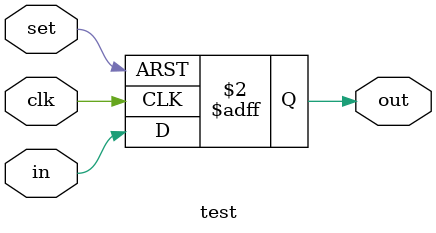
<source format=v>
module test(input  in,  input clk,   set, output reg out);
always @(posedge clk, posedge set)
	if(set) out <= 1'b1;
	else out <= in;
endmodule	

</source>
